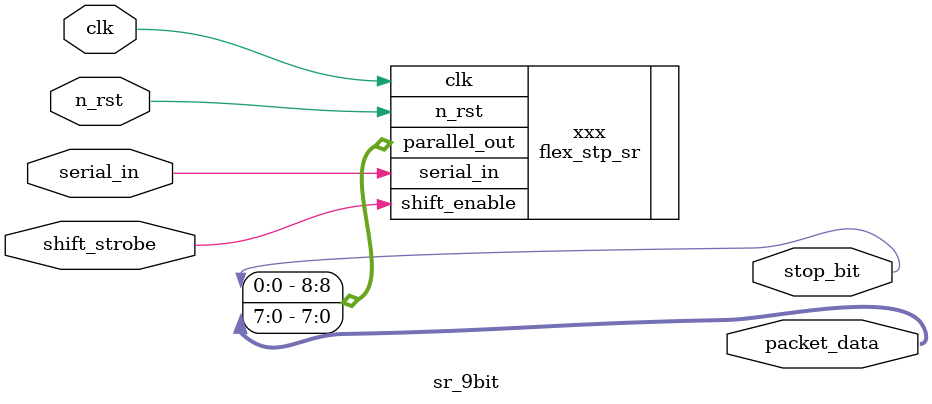
<source format=sv>

module sr_9bit
(
    input clk, n_rst, shift_strobe, serial_in,
    output logic stop_bit, 
    output logic [7:0] packet_data
);
    

flex_stp_sr #(
    .NUM_BITS(9),
    .SHIFT_MSB(0)
)xxx(
    .clk(clk),
    .n_rst(n_rst),
    .serial_in(serial_in),
    .shift_enable(shift_strobe),
    .parallel_out({stop_bit,packet_data})
);


endmodule
</source>
